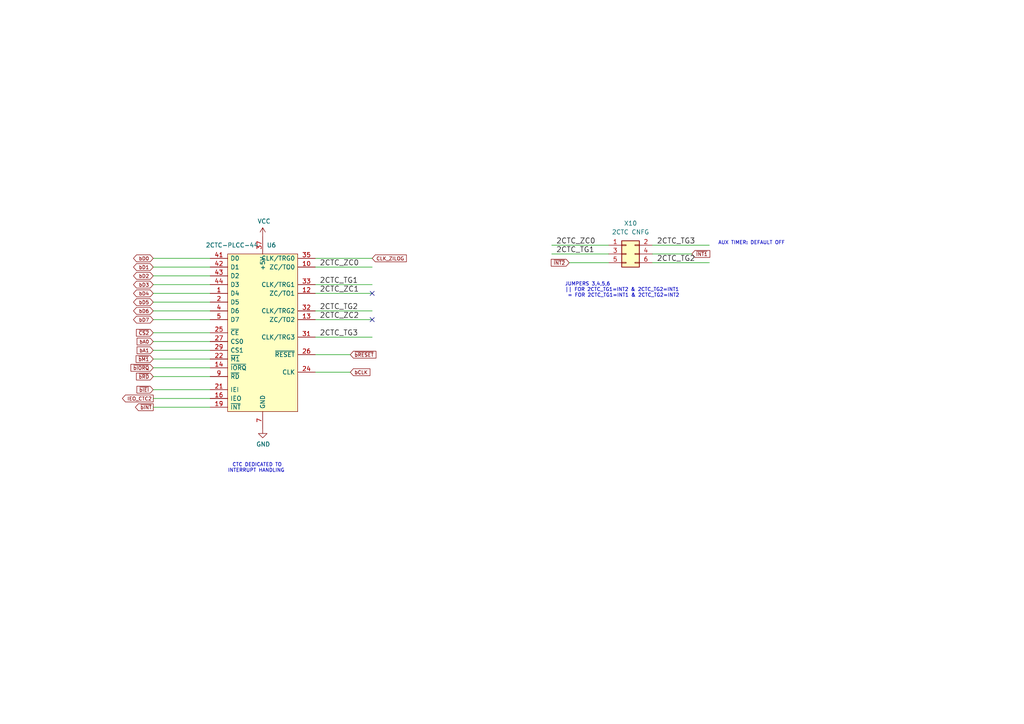
<source format=kicad_sch>
(kicad_sch (version 20211123) (generator eeschema)
  (paper "A4")
  (lib_symbols
    (symbol "Connector_Generic:Conn_02x03_Odd_Even" (pin_names (offset 1.016) hide)
      (property "Reference" "J" (at 1.27 5.08 0))
      (property "Value" "Conn_02x03_Odd_Even" (at 1.27 -5.08 0))
      (symbol "Conn_02x03_Odd_Even_1_1"
        (rectangle (start -1.27 -2.413) (end 0 -2.667) (stroke (width 0.1524)))
        (rectangle (start -1.27 0.127) (end 0 -0.127) (stroke (width 0.1524)))
        (rectangle (start -1.27 2.667) (end 0 2.413) (stroke (width 0.1524)))
        (rectangle (start -1.27 3.81) (end 3.81 -3.81) (stroke (width 0.254)) (fill (type background)))
        (rectangle (start 3.81 -2.413) (end 2.54 -2.667) (stroke (width 0.1524)))
        (rectangle (start 3.81 0.127) (end 2.54 -0.127) (stroke (width 0.1524)))
        (rectangle (start 3.81 2.667) (end 2.54 2.413) (stroke (width 0.1524)))
        (pin passive line (at -5.08 2.54 0) (length 3.81) (name "Pin_1") (number "1"))
        (pin passive line (at 7.62 2.54 180) (length 3.81) (name "Pin_2") (number "2"))
        (pin passive line (at -5.08 0 0) (length 3.81) (name "Pin_3") (number "3"))
        (pin passive line (at 7.62 0 180) (length 3.81) (name "Pin_4") (number "4"))
        (pin passive line (at -5.08 -2.54 0) (length 3.81) (name "Pin_5") (number "5"))
        (pin passive line (at 7.62 -2.54 180) (length 3.81) (name "Pin_6") (number "6"))
      )
    )
    (symbol "Zilog_Z80_Peripherals:CTC-PLCC-44" (pin_names (offset 0.762))
      (property "Reference" "IC" (at 0 2.54 0))
      (property "Value" "CTC-PLCC-44" (at 12.7 1.27 0))
      (symbol "CTC-PLCC-44_0_0"
        (pin bidirectional line (at -5.08 -11.43 0) (length 5.08) (name "D4") (number "1"))
        (pin output line (at 25.4 -3.81 180) (length 5.08) (name "ZC/TO0") (number "10"))
        (pin no_connect line (at 12.7 -12.7 0) (length 2.54) hide (name "NC") (number "11"))
        (pin output line (at 25.4 -11.43 180) (length 5.08) (name "ZC/TO1") (number "12"))
        (pin output line (at 25.4 -19.05 180) (length 5.08) (name "ZC/TO2") (number "13"))
        (pin input line (at -5.08 -33.02 0) (length 5.08) (name "~{IORQ}") (number "14"))
        (pin no_connect line (at 12.7 -15.24 0) (length 2.54) hide (name "NC") (number "15"))
        (pin output line (at -5.08 -41.91 0) (length 5.08) (name "IEO") (number "16"))
        (pin no_connect line (at 12.7 -17.78 0) (length 2.54) hide (name "NC") (number "17"))
        (pin no_connect line (at 12.7 -20.32 0) (length 2.54) hide (name "NC") (number "18"))
        (pin open_collector line (at -5.08 -44.45 0) (length 5.08) (name "~{INT}") (number "19"))
        (pin bidirectional line (at -5.08 -13.97 0) (length 5.08) (name "D5") (number "2"))
        (pin no_connect line (at 12.7 -22.86 0) (length 2.54) hide (name "NC") (number "20"))
        (pin input line (at -5.08 -39.37 0) (length 5.08) (name "IEI") (number "21"))
        (pin input line (at -5.08 -30.48 0) (length 5.08) (name "~{M1}") (number "22"))
        (pin no_connect line (at 12.7 -25.4 0) (length 2.54) hide (name "NC") (number "23"))
        (pin input line (at 25.4 -34.29 180) (length 5.08) (name "CLK") (number "24"))
        (pin input line (at -5.08 -22.86 0) (length 5.08) (name "~{CE}") (number "25"))
        (pin input line (at 25.4 -29.21 180) (length 5.08) (name "~{RESET}") (number "26"))
        (pin input line (at -5.08 -25.4 0) (length 5.08) (name "CS0") (number "27"))
        (pin no_connect line (at 12.7 -27.94 0) (length 2.54) hide (name "NC") (number "28"))
        (pin input line (at -5.08 -27.94 0) (length 5.08) (name "CS1") (number "29"))
        (pin no_connect line (at 12.7 -5.08 0) (length 2.54) hide (name "NC") (number "3"))
        (pin no_connect line (at 12.7 -30.48 0) (length 2.54) hide (name "NC") (number "30"))
        (pin input line (at 25.4 -24.13 180) (length 5.08) (name "CLK/TRG3") (number "31"))
        (pin input line (at 25.4 -16.51 180) (length 5.08) (name "CLK/TRG2") (number "32"))
        (pin input line (at 25.4 -8.89 180) (length 5.08) (name "CLK/TRG1") (number "33"))
        (pin no_connect line (at 12.7 -33.02 0) (length 2.54) hide (name "NC") (number "34"))
        (pin input line (at 25.4 -1.27 180) (length 5.08) (name "CLK/TRG0") (number "35"))
        (pin no_connect line (at 12.7 -43.18 0) (length 2.54) hide (name "NC") (number "36"))
        (pin power_in line (at 10.16 5.08 270) (length 5.08) (name "+5V") (number "37"))
        (pin no_connect line (at 12.7 -35.56 0) (length 2.54) hide (name "NC") (number "38"))
        (pin no_connect line (at 12.7 -40.64 0) (length 2.54) hide (name "NC") (number "39"))
        (pin bidirectional line (at -5.08 -16.51 0) (length 5.08) (name "D6") (number "4"))
        (pin no_connect line (at 12.7 -38.1 0) (length 2.54) hide (name "NC") (number "40"))
        (pin bidirectional line (at -5.08 -1.27 0) (length 5.08) (name "D0") (number "41"))
        (pin bidirectional line (at -5.08 -3.81 0) (length 5.08) (name "D1") (number "42"))
        (pin bidirectional line (at -5.08 -6.35 0) (length 5.08) (name "D2") (number "43"))
        (pin bidirectional line (at -5.08 -8.89 0) (length 5.08) (name "D3") (number "44"))
        (pin bidirectional line (at -5.08 -19.05 0) (length 5.08) (name "D7") (number "5"))
        (pin no_connect line (at 12.7 -7.62 0) (length 2.54) hide (name "NC") (number "6"))
        (pin power_in line (at 10.16 -50.8 90) (length 5.08) (name "GND") (number "7"))
        (pin no_connect line (at 12.7 -10.16 0) (length 2.54) hide (name "NC") (number "8"))
        (pin input line (at -5.08 -35.56 0) (length 5.08) (name "~{RD}") (number "9"))
      )
      (symbol "CTC-PLCC-44_0_1"
        (rectangle (start 0 0) (end 20.32 -45.72) (fill (type background)))
      )
    )
    (symbol "power:GND" (power) (pin_names (offset 0))
      (property "Value" "GND" (at 0 -3.81 0))
      (symbol "GND_0_1"
        (polyline (pts (xy 0 0) (xy 0 -1.27) (xy 1.27 -1.27) (xy 0 -2.54) (xy -1.27 -1.27) (xy 0 -1.27)))
      )
      (symbol "GND_1_1"
        (pin power_in line (at 0 0 270) (length 0) hide (name "GND") (number "1"))
      )
    )
    (symbol "power:VCC" (power) (pin_names (offset 0))
      (property "Value" "VCC" (at 0 3.81 0))
      (symbol "VCC_0_1"
        (polyline (pts (xy -0.762 1.27) (xy 0 2.54)))
        (polyline (pts (xy 0 0) (xy 0 2.54)))
        (polyline (pts (xy 0 2.54) (xy 0.762 1.27)))
      )
      (symbol "VCC_1_1"
        (pin power_in line (at 0 0 90) (length 0) hide (name "VCC") (number "1"))
      )
    )
  )
  (no_connect (at 107.95 92.71))
  (no_connect (at 107.95 85.09))
  (wire (pts (xy 91.44 77.47) (xy 107.95 77.47)))
  (wire (pts (xy 160.02 71.12) (xy 176.53 71.12)))
  (wire (pts (xy 44.45 101.6) (xy 60.96 101.6)))
  (wire (pts (xy 176.53 73.66) (xy 160.02 73.66)))
  (wire (pts (xy 44.45 77.47) (xy 60.96 77.47)))
  (wire (pts (xy 44.45 90.17) (xy 60.96 90.17)))
  (wire (pts (xy 176.53 76.2) (xy 165.1 76.2)))
  (wire (pts (xy 44.45 104.14) (xy 60.96 104.14)))
  (wire (pts (xy 44.45 106.68) (xy 60.96 106.68)))
  (wire (pts (xy 44.45 99.06) (xy 60.96 99.06)))
  (wire (pts (xy 44.45 92.71) (xy 60.96 92.71)))
  (wire (pts (xy 91.44 74.93) (xy 107.95 74.93)))
  (wire (pts (xy 44.45 96.52) (xy 60.96 96.52)))
  (wire (pts (xy 200.66 73.66) (xy 189.23 73.66)))
  (wire (pts (xy 44.45 82.55) (xy 60.96 82.55)))
  (wire (pts (xy 205.74 76.2) (xy 189.23 76.2)))
  (wire (pts (xy 44.45 80.01) (xy 60.96 80.01)))
  (wire (pts (xy 91.44 102.87) (xy 101.6 102.87)))
  (wire (pts (xy 91.44 107.95) (xy 101.6 107.95)))
  (wire (pts (xy 91.44 85.09) (xy 107.95 85.09)))
  (wire (pts (xy 91.44 82.55) (xy 107.95 82.55)))
  (wire (pts (xy 44.45 115.57) (xy 60.96 115.57)))
  (wire (pts (xy 91.44 97.79) (xy 107.95 97.79)))
  (wire (pts (xy 91.44 90.17) (xy 107.95 90.17)))
  (wire (pts (xy 44.45 87.63) (xy 60.96 87.63)))
  (wire (pts (xy 44.45 85.09) (xy 60.96 85.09)))
  (wire (pts (xy 91.44 92.71) (xy 107.95 92.71)))
  (wire (pts (xy 189.23 71.12) (xy 205.74 71.12)))
  (wire (pts (xy 44.45 74.93) (xy 60.96 74.93)))
  (wire (pts (xy 44.45 113.03) (xy 60.96 113.03)))
  (wire (pts (xy 44.45 109.22) (xy 60.96 109.22)))
  (wire (pts (xy 44.45 118.11) (xy 60.96 118.11)))
  (text "JUMPERS 3,4,5,6\n|| FOR 2CTC_TG1=INT2 & 2CTC_TG2=INT1\n = FOR 2CTC_TG1=INT1 & 2CTC_TG2=INT2" (at 163.83 86.36 0) (effects (font (size 1.016 1.016)) (justify left bottom)))
  (text "AUX TIMER: DEFAULT OFF" (at 208.28 71.12 0) (effects (font (size 1.016 1.016)) (justify left bottom)))
  (text "CTC DEDICATED TO \nINTERRUPT HANDLING" (at 82.55 137.16 180) (effects (font (size 1.016 1.016)) (justify right bottom)))
  (label "2CTC_TG2" (at 92.71 90.17 0) (effects (font (size 1.524 1.524))))
  (label "2CTC_TG2" (at 190.5 76.2 0) (effects (font (size 1.524 1.524))))
  (label "2CTC_ZC0" (at 161.29 71.12 0) (effects (font (size 1.524 1.524))))
  (label "2CTC_TG3" (at 190.5 71.12 0) (effects (font (size 1.524 1.524))))
  (label "2CTC_TG1" (at 161.29 73.66 0) (effects (font (size 1.524 1.524))))
  (label "2CTC_ZC1" (at 92.71 85.09 0) (effects (font (size 1.524 1.524))))
  (label "2CTC_ZC0" (at 92.71 77.47 0) (effects (font (size 1.524 1.524))))
  (label "2CTC_TG3" (at 92.71 97.79 0) (effects (font (size 1.524 1.524))))
  (label "2CTC_TG1" (at 92.71 82.55 0) (effects (font (size 1.524 1.524))))
  (label "2CTC_ZC2" (at 92.71 92.71 0) (effects (font (size 1.524 1.524))))
  (global_label "~{bRESET}" (shape input) (at 101.6 102.87 0) (effects (font (size 1.016 1.016))) (property "Intersheet References" "${INTERSHEET_REFS}" (effects hide)))
  (global_label "~{INT2}" (shape input) (at 165.1 76.2 180) (effects (font (size 1.016 1.016))) (property "Intersheet References" "${INTERSHEET_REFS}" (effects hide)))
  (global_label "bD7" (shape bidirectional) (at 44.45 92.71 180) (effects (font (size 1.016 1.016))) (property "Intersheet References" "${INTERSHEET_REFS}" (effects hide)))
  (global_label "~{bM1}" (shape input) (at 44.45 104.14 180) (effects (font (size 1.016 1.016))) (property "Intersheet References" "${INTERSHEET_REFS}" (effects hide)))
  (global_label "bD2" (shape bidirectional) (at 44.45 80.01 180) (effects (font (size 1.016 1.016))) (property "Intersheet References" "${INTERSHEET_REFS}" (effects hide)))
  (global_label "bD1" (shape bidirectional) (at 44.45 77.47 180) (effects (font (size 1.016 1.016))) (property "Intersheet References" "${INTERSHEET_REFS}" (effects hide)))
  (global_label "bD5" (shape bidirectional) (at 44.45 87.63 180) (effects (font (size 1.016 1.016))) (property "Intersheet References" "${INTERSHEET_REFS}" (effects hide)))
  (global_label "~{CS2}" (shape input) (at 44.45 96.52 180) (effects (font (size 1.016 1.016))) (property "Intersheet References" "${INTERSHEET_REFS}" (effects hide)))
  (global_label "~{bINT}" (shape output) (at 44.45 118.11 180) (effects (font (size 1.016 1.016))) (property "Intersheet References" "${INTERSHEET_REFS}" (effects hide)))
  (global_label "bA0" (shape input) (at 44.45 99.06 180) (effects (font (size 1.016 1.016))) (property "Intersheet References" "${INTERSHEET_REFS}" (effects hide)))
  (global_label "bCLK" (shape input) (at 101.6 107.95 0) (effects (font (size 1.016 1.016))) (property "Intersheet References" "${INTERSHEET_REFS}" (effects hide)))
  (global_label "~{INT1}" (shape input) (at 200.66 73.66 0) (effects (font (size 1.016 1.016))) (property "Intersheet References" "${INTERSHEET_REFS}" (effects hide)))
  (global_label "~{bIORQ}" (shape input) (at 44.45 106.68 180) (effects (font (size 1.016 1.016))) (property "Intersheet References" "${INTERSHEET_REFS}" (effects hide)))
  (global_label "IEO_CTC2" (shape output) (at 44.45 115.57 180) (effects (font (size 1.016 1.016))) (property "Intersheet References" "${INTERSHEET_REFS}" (effects hide)))
  (global_label "bA1" (shape input) (at 44.45 101.6 180) (effects (font (size 1.016 1.016))) (property "Intersheet References" "${INTERSHEET_REFS}" (effects hide)))
  (global_label "bD6" (shape bidirectional) (at 44.45 90.17 180) (effects (font (size 1.016 1.016))) (property "Intersheet References" "${INTERSHEET_REFS}" (effects hide)))
  (global_label "~{bIEI}" (shape input) (at 44.45 113.03 180) (effects (font (size 1.016 1.016))) (property "Intersheet References" "${INTERSHEET_REFS}" (effects hide)))
  (global_label "bD3" (shape bidirectional) (at 44.45 82.55 180) (effects (font (size 1.016 1.016))) (property "Intersheet References" "${INTERSHEET_REFS}" (effects hide)))
  (global_label "~{bRD}" (shape input) (at 44.45 109.22 180) (effects (font (size 1.016 1.016))) (property "Intersheet References" "${INTERSHEET_REFS}" (effects hide)))
  (global_label "CLK_ZILOG" (shape input) (at 107.95 74.93 0) (effects (font (size 1.016 1.016))) (property "Intersheet References" "${INTERSHEET_REFS}" (effects hide)))
  (global_label "bD4" (shape bidirectional) (at 44.45 85.09 180) (effects (font (size 1.016 1.016))) (property "Intersheet References" "${INTERSHEET_REFS}" (effects hide)))
  (global_label "bD0" (shape bidirectional) (at 44.45 74.93 180) (effects (font (size 1.016 1.016))) (property "Intersheet References" "${INTERSHEET_REFS}" (effects hide)))
  (symbol (lib_id "power:VCC") (at 76.2 68.58 0) (unit 1)
    (property "Reference" "#PWR04" (effects hide))
    (property "Value" "VCC" (at 76.581 64.1858 0))
  )
  (symbol (lib_id "power:GND") (at 76.2 124.46 0) (unit 1)
    (property "Reference" "#PWR05" (effects hide))
    (property "Value" "GND" (at 76.327 128.8542 0))
  )
  (symbol (lib_id "Zilog_Z80_Peripherals:CTC-PLCC-44") (at 66.04 73.66 0) (unit 1)
    (property "Reference" "U6" (at 78.74 71.12 0))
    (property "Value" "2CTC-PLCC-44" (at 67.31 71.12 0))
    (property "Footprint" "Package_LCC:PLCC-44_THT-Socket" (effects hide))
    (property "Datasheet" "http://www.zilog.com/docs/z80/ps0181.pdf" (effects hide))
    (property "Description" "Z8430 Zilog CTC" (effects hide))
    (property "Height" "5.21" (effects hide))
    (property "Manufacturer_Name" "Zilog" (effects hide))
    (property "Manufacturer_Part_Number" "Z84C3010PEG" (effects hide))
    (property "Mouser Part Number" "692-Z84C3010PEG" (effects hide))
    (property "Mouser Price/Stock" "https://www.mouser.com/Search/Refine.aspx?Keyword=692-Z84C3010PEG" (effects hide))
  )
  (symbol (lib_id "Connector_Generic:Conn_02x03_Odd_Even") (at 181.61 73.66 0) (unit 1)
    (property "Reference" "X10" (at 182.88 64.77 0))
    (property "Value" "2CTC CNFG" (at 182.88 67.31 0))
    (property "Footprint" "Connector_PinHeader_2.54mm:PinHeader_2x03_P2.54mm_Vertical" (effects hide))
  )
)
</source>
